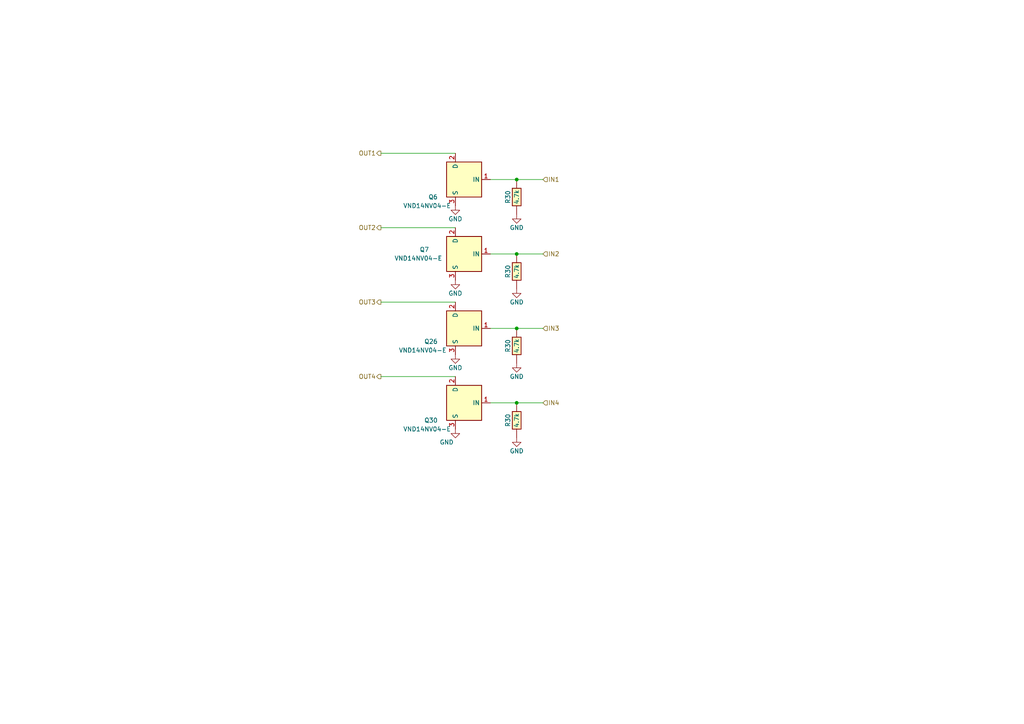
<source format=kicad_sch>
(kicad_sch (version 20230121) (generator eeschema)
  (paper "A4")
  (lib_symbols
    (symbol "Power_Management:AUIPS2041L"
      (property "Reference" "U" (at 3.81 1.27 0))
      (property "Value" "AUIPS2041L" (at 3.81 -1.27 0))
      (symbol "AUIPS2041L_0_1"
        (rectangle (start -7.62 5.08) (end 2.54 -5.08) (stroke (width 0.254)) (fill (type background)))
      )
      (symbol "AUIPS2041L_1_1"
        (pin input line (at -10.16 0 0) (length 2.54) (name "IN") (number "1"))
        (pin passive line (at 0 7.62 270) (length 2.54) (name "D") (number "2"))
        (pin power_in line (at 0 -7.62 90) (length 2.54) (name "S") (number "3"))
      )
    )
    (symbol "hellen-one-common:Res" (pin_numbers hide)
      (property "Reference" "R" (at 3.81 2.54 0))
      (property "Value" "Res" (at 5.08 -2.54 0))
      (symbol "Res_1_0"
        (rectangle (start 2.54 -1.27) (end 7.62 1.27) (stroke (width 0.254)) (fill (type background)))
        (pin passive line (at 0 0 0) (length 2.54) (name "") (number "1"))
        (pin passive line (at 10.16 0 180) (length 2.54) (name "") (number "2"))
      )
    )
    (symbol "power:GND" (power) (pin_names (offset 0))
      (property "Value" "GND" (at 0 -3.81 0))
      (symbol "GND_0_1"
        (polyline (pts (xy 0 0) (xy 0 -1.27) (xy 1.27 -1.27) (xy 0 -2.54) (xy -1.27 -1.27) (xy 0 -1.27)))
      )
      (symbol "GND_1_1"
        (pin power_in line (at 0 0 270) (length 0) hide (name "GND") (number "1"))
      )
    )
  )
  (junction (at 149.86 116.84))
  (junction (at 149.86 73.66))
  (junction (at 149.86 95.25))
  (junction (at 149.86 52.07))
  (wire (pts (xy 110.49 66.04) (xy 132.08 66.04)))
  (wire (pts (xy 157.48 52.07) (xy 149.86 52.07)))
  (wire (pts (xy 157.48 116.84) (xy 149.86 116.84)))
  (wire (pts (xy 110.49 109.22) (xy 132.08 109.22)))
  (wire (pts (xy 157.48 95.25) (xy 149.86 95.25)))
  (wire (pts (xy 110.49 87.63) (xy 132.08 87.63)))
  (wire (pts (xy 149.86 52.07) (xy 142.24 52.07)))
  (wire (pts (xy 110.49 44.45) (xy 132.08 44.45)))
  (wire (pts (xy 149.86 73.66) (xy 142.24 73.66)))
  (wire (pts (xy 149.86 116.84) (xy 142.24 116.84)))
  (wire (pts (xy 157.48 73.66) (xy 149.86 73.66)))
  (wire (pts (xy 149.86 95.25) (xy 142.24 95.25)))
  (hierarchical_label "OUT1" (shape output) (at 110.49 44.45 180))
  (hierarchical_label "OUT3" (shape output) (at 110.49 87.63 180))
  (hierarchical_label "IN2" (shape input) (at 157.48 73.66 0))
  (hierarchical_label "OUT4" (shape output) (at 110.49 109.22 180))
  (hierarchical_label "IN4" (shape input) (at 157.48 116.84 0))
  (hierarchical_label "IN1" (shape input) (at 157.48 52.07 0))
  (hierarchical_label "IN3" (shape input) (at 157.48 95.25 0))
  (hierarchical_label "OUT2" (shape output) (at 110.49 66.04 180))
  (symbol (lib_id "power:GND") (at 149.86 105.41 0) (mirror y) (unit 1)
    (property "Reference" "#PWR035" (effects hide))
    (property "Value" "GND" (at 149.86 109.22 0))
    (instances (project "alphax_4ch" (path "" (reference "#PWR035") (unit 1)) (path "" (reference "#PWR093") (unit 1))))
  )
  (symbol (lib_id "Power_Management:AUIPS2041L") (at 132.08 116.84 0) (mirror y) (unit 1)
    (property "Reference" "Q30" (at 127 121.92 0) (effects (justify left)))
    (property "Value" "VND14NV04-E" (at 130.81 124.46 0) (effects (justify left)))
    (property "Footprint" "hellen-one-common:DPAK" (effects hide))
    (property "Datasheet" "https://www.infineon.com/dgdl/Infineon-AUIPS2041-DS-v01_00-EN.pdf?fileId=5546d4625a888733015aae147a9d4c57" (effects hide))
    (property "LCSC" "C155647" (effects hide))
  )
  (symbol (lib_id "Power_Management:AUIPS2041L") (at 132.08 95.25 0) (mirror y) (unit 1)
    (property "Reference" "Q26" (at 127 99.06 0) (effects (justify left)))
    (property "Value" "VND14NV04-E" (at 129.54 101.6 0) (effects (justify left)))
    (property "Footprint" "hellen-one-common:DPAK" (effects hide))
    (property "Datasheet" "https://www.infineon.com/dgdl/Infineon-AUIPS2041-DS-v01_00-EN.pdf?fileId=5546d4625a888733015aae147a9d4c57" (effects hide))
    (property "LCSC" "C155647" (effects hide))
  )
  (symbol (lib_id "power:GND") (at 149.86 62.23 0) (mirror y) (unit 1)
    (property "Reference" "#PWR035" (effects hide))
    (property "Value" "GND" (at 149.86 66.04 0))
    (instances (project "alphax_4ch" (path "" (reference "#PWR035") (unit 1)) (path "" (reference "#PWR091") (unit 1))))
  )
  (symbol (lib_id "hellen-one-common:Res") (at 149.86 73.66 270) (unit 1)
    (property "Reference" "R30" (at 147.32 78.74 0))
    (property "Value" "4.7k" (at 149.86 78.74 0))
    (property "Footprint" "hellen-one-common:R0603" (effects hide))
    (property "LCSC" "C23162" (effects hide))
    (instances (project "alphax_4ch" (path "" (reference "R30") (unit 1)) (path "" (reference "R99") (unit 1))))
  )
  (symbol (lib_id "hellen-one-common:Res") (at 149.86 95.25 270) (unit 1)
    (property "Reference" "R30" (at 147.32 100.33 0))
    (property "Value" "4.7k" (at 149.86 100.33 0))
    (property "Footprint" "hellen-one-common:R0603" (effects hide))
    (property "LCSC" "C23162" (effects hide))
    (instances (project "alphax_4ch" (path "" (reference "R30") (unit 1)) (path "" (reference "R1100") (unit 1))))
  )
  (symbol (lib_id "Power_Management:AUIPS2041L") (at 132.08 73.66 0) (mirror y) (unit 1)
    (property "Reference" "Q7" (at 124.46 72.39 0) (effects (justify left)))
    (property "Value" "VND14NV04-E" (at 128.27 74.93 0) (effects (justify left)))
    (property "Footprint" "hellen-one-common:DPAK" (effects hide))
    (property "Datasheet" "https://www.infineon.com/dgdl/Infineon-AUIPS2041-DS-v01_00-EN.pdf?fileId=5546d4625a888733015aae147a9d4c57" (effects hide))
    (property "LCSC" " C155647" (effects hide))
  )
  (symbol (lib_id "power:GND") (at 132.08 102.87 0) (mirror y) (unit 1)
    (property "Reference" "#PWR0139" (effects hide))
    (property "Value" "GND" (at 132.08 106.68 0))
    (instances (project "alphax_4ch" (path "" (reference "#PWR0139") (unit 1)) (path "" (reference "#PWR088") (unit 1))))
  )
  (symbol (lib_id "hellen-one-common:Res") (at 149.86 116.84 270) (unit 1)
    (property "Reference" "R30" (at 147.32 121.92 0))
    (property "Value" "4.7k" (at 149.86 121.92 0))
    (property "Footprint" "hellen-one-common:R0603" (effects hide))
    (property "LCSC" "C23162" (effects hide))
    (instances (project "alphax_4ch" (path "" (reference "R30") (unit 1)) (path "" (reference "R1101") (unit 1))))
  )
  (symbol (lib_id "power:GND") (at 149.86 83.82 0) (mirror y) (unit 1)
    (property "Reference" "#PWR035" (effects hide))
    (property "Value" "GND" (at 149.86 87.63 0))
    (instances (project "alphax_4ch" (path "" (reference "#PWR035") (unit 1)) (path "" (reference "#PWR092") (unit 1))))
  )
  (symbol (lib_id "power:GND") (at 132.08 81.28 0) (mirror y) (unit 1)
    (property "Reference" "#PWR036" (effects hide))
    (property "Value" "GND" (at 132.08 85.09 0))
    (instances (project "alphax_4ch" (path "" (reference "#PWR036") (unit 1)) (path "" (reference "#PWR087") (unit 1))))
  )
  (symbol (lib_id "power:GND") (at 132.08 59.69 0) (mirror y) (unit 1)
    (property "Reference" "#PWR035" (effects hide))
    (property "Value" "GND" (at 132.08 63.5 0))
    (instances (project "alphax_4ch" (path "" (reference "#PWR035") (unit 1)) (path "" (reference "#PWR086") (unit 1))))
  )
  (symbol (lib_id "power:GND") (at 149.86 127 0) (mirror y) (unit 1)
    (property "Reference" "#PWR035" (effects hide))
    (property "Value" "GND" (at 149.86 130.81 0))
    (instances (project "alphax_4ch" (path "" (reference "#PWR035") (unit 1)) (path "" (reference "#PWR094") (unit 1))))
  )
  (symbol (lib_id "hellen-one-common:Res") (at 149.86 52.07 270) (unit 1)
    (property "Reference" "R30" (at 147.32 57.15 0))
    (property "Value" "4.7k" (at 149.86 57.15 0))
    (property "Footprint" "hellen-one-common:R0603" (effects hide))
    (property "LCSC" "C23162" (effects hide))
    (instances (project "alphax_4ch" (path "" (reference "R30") (unit 1)) (path "" (reference "R98") (unit 1))))
  )
  (symbol (lib_id "power:GND") (at 132.08 124.46 0) (mirror y) (unit 1)
    (property "Reference" "#PWR0143" (effects hide))
    (property "Value" "GND" (at 129.54 128.27 0))
    (instances (project "alphax_4ch" (path "" (reference "#PWR0143") (unit 1)) (path "" (reference "#PWR090") (unit 1))))
  )
  (symbol (lib_id "Power_Management:AUIPS2041L") (at 132.08 52.07 0) (mirror y) (unit 1)
    (property "Reference" "Q6" (at 127 57.15 0) (effects (justify left)))
    (property "Value" "VND14NV04-E" (at 130.81 59.69 0) (effects (justify left)))
    (property "Footprint" "hellen-one-common:DPAK" (effects hide))
    (property "Datasheet" "https://www.infineon.com/dgdl/Infineon-AUIPS2041-DS-v01_00-EN.pdf?fileId=5546d4625a888733015aae147a9d4c57" (effects hide))
    (property "LCSC" "C155647" (effects hide))
  )
)
</source>
